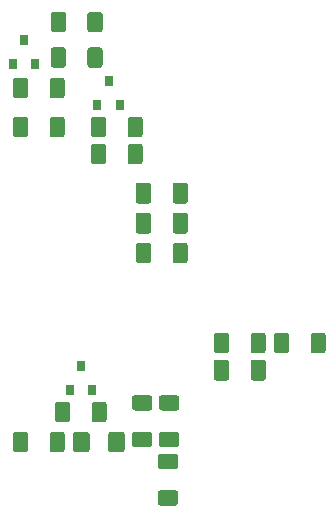
<source format=gbr>
%TF.GenerationSoftware,KiCad,Pcbnew,(5.1.10)-1*%
%TF.CreationDate,2021-09-12T12:10:56+02:00*%
%TF.ProjectId,BTS-LogicBoard,4254532d-4c6f-4676-9963-426f6172642e,rev?*%
%TF.SameCoordinates,Original*%
%TF.FileFunction,Paste,Bot*%
%TF.FilePolarity,Positive*%
%FSLAX46Y46*%
G04 Gerber Fmt 4.6, Leading zero omitted, Abs format (unit mm)*
G04 Created by KiCad (PCBNEW (5.1.10)-1) date 2021-09-12 12:10:56*
%MOMM*%
%LPD*%
G01*
G04 APERTURE LIST*
%ADD10R,0.800000X0.900000*%
G04 APERTURE END LIST*
%TO.C,R19*%
G36*
G01*
X135112599Y-109612000D02*
X136362601Y-109612000D01*
G75*
G02*
X136612600Y-109861999I0J-249999D01*
G01*
X136612600Y-110662001D01*
G75*
G02*
X136362601Y-110912000I-249999J0D01*
G01*
X135112599Y-110912000D01*
G75*
G02*
X134862600Y-110662001I0J249999D01*
G01*
X134862600Y-109861999D01*
G75*
G02*
X135112599Y-109612000I249999J0D01*
G01*
G37*
G36*
G01*
X135112599Y-106512000D02*
X136362601Y-106512000D01*
G75*
G02*
X136612600Y-106761999I0J-249999D01*
G01*
X136612600Y-107562001D01*
G75*
G02*
X136362601Y-107812000I-249999J0D01*
G01*
X135112599Y-107812000D01*
G75*
G02*
X134862600Y-107562001I0J249999D01*
G01*
X134862600Y-106761999D01*
G75*
G02*
X135112599Y-106512000I249999J0D01*
G01*
G37*
%TD*%
%TO.C,R18*%
G36*
G01*
X138648601Y-107812000D02*
X137398599Y-107812000D01*
G75*
G02*
X137148600Y-107562001I0J249999D01*
G01*
X137148600Y-106761999D01*
G75*
G02*
X137398599Y-106512000I249999J0D01*
G01*
X138648601Y-106512000D01*
G75*
G02*
X138898600Y-106761999I0J-249999D01*
G01*
X138898600Y-107562001D01*
G75*
G02*
X138648601Y-107812000I-249999J0D01*
G01*
G37*
G36*
G01*
X138648601Y-110912000D02*
X137398599Y-110912000D01*
G75*
G02*
X137148600Y-110662001I0J249999D01*
G01*
X137148600Y-109861999D01*
G75*
G02*
X137398599Y-109612000I249999J0D01*
G01*
X138648601Y-109612000D01*
G75*
G02*
X138898600Y-109861999I0J-249999D01*
G01*
X138898600Y-110662001D01*
G75*
G02*
X138648601Y-110912000I-249999J0D01*
G01*
G37*
%TD*%
%TO.C,R16*%
G36*
G01*
X134504000Y-84445001D02*
X134504000Y-83194999D01*
G75*
G02*
X134753999Y-82945000I249999J0D01*
G01*
X135554001Y-82945000D01*
G75*
G02*
X135804000Y-83194999I0J-249999D01*
G01*
X135804000Y-84445001D01*
G75*
G02*
X135554001Y-84695000I-249999J0D01*
G01*
X134753999Y-84695000D01*
G75*
G02*
X134504000Y-84445001I0J249999D01*
G01*
G37*
G36*
G01*
X131404000Y-84445001D02*
X131404000Y-83194999D01*
G75*
G02*
X131653999Y-82945000I249999J0D01*
G01*
X132454001Y-82945000D01*
G75*
G02*
X132704000Y-83194999I0J-249999D01*
G01*
X132704000Y-84445001D01*
G75*
G02*
X132454001Y-84695000I-249999J0D01*
G01*
X131653999Y-84695000D01*
G75*
G02*
X131404000Y-84445001I0J249999D01*
G01*
G37*
%TD*%
%TO.C,R15*%
G36*
G01*
X132704000Y-85480999D02*
X132704000Y-86731001D01*
G75*
G02*
X132454001Y-86981000I-249999J0D01*
G01*
X131653999Y-86981000D01*
G75*
G02*
X131404000Y-86731001I0J249999D01*
G01*
X131404000Y-85480999D01*
G75*
G02*
X131653999Y-85231000I249999J0D01*
G01*
X132454001Y-85231000D01*
G75*
G02*
X132704000Y-85480999I0J-249999D01*
G01*
G37*
G36*
G01*
X135804000Y-85480999D02*
X135804000Y-86731001D01*
G75*
G02*
X135554001Y-86981000I-249999J0D01*
G01*
X134753999Y-86981000D01*
G75*
G02*
X134504000Y-86731001I0J249999D01*
G01*
X134504000Y-85480999D01*
G75*
G02*
X134753999Y-85231000I249999J0D01*
G01*
X135554001Y-85231000D01*
G75*
G02*
X135804000Y-85480999I0J-249999D01*
G01*
G37*
%TD*%
%TO.C,R14*%
G36*
G01*
X136514000Y-93862999D02*
X136514000Y-95113001D01*
G75*
G02*
X136264001Y-95363000I-249999J0D01*
G01*
X135463999Y-95363000D01*
G75*
G02*
X135214000Y-95113001I0J249999D01*
G01*
X135214000Y-93862999D01*
G75*
G02*
X135463999Y-93613000I249999J0D01*
G01*
X136264001Y-93613000D01*
G75*
G02*
X136514000Y-93862999I0J-249999D01*
G01*
G37*
G36*
G01*
X139614000Y-93862999D02*
X139614000Y-95113001D01*
G75*
G02*
X139364001Y-95363000I-249999J0D01*
G01*
X138563999Y-95363000D01*
G75*
G02*
X138314000Y-95113001I0J249999D01*
G01*
X138314000Y-93862999D01*
G75*
G02*
X138563999Y-93613000I249999J0D01*
G01*
X139364001Y-93613000D01*
G75*
G02*
X139614000Y-93862999I0J-249999D01*
G01*
G37*
%TD*%
%TO.C,R13*%
G36*
G01*
X126100000Y-83194999D02*
X126100000Y-84445001D01*
G75*
G02*
X125850001Y-84695000I-249999J0D01*
G01*
X125049999Y-84695000D01*
G75*
G02*
X124800000Y-84445001I0J249999D01*
G01*
X124800000Y-83194999D01*
G75*
G02*
X125049999Y-82945000I249999J0D01*
G01*
X125850001Y-82945000D01*
G75*
G02*
X126100000Y-83194999I0J-249999D01*
G01*
G37*
G36*
G01*
X129200000Y-83194999D02*
X129200000Y-84445001D01*
G75*
G02*
X128950001Y-84695000I-249999J0D01*
G01*
X128149999Y-84695000D01*
G75*
G02*
X127900000Y-84445001I0J249999D01*
G01*
X127900000Y-83194999D01*
G75*
G02*
X128149999Y-82945000I249999J0D01*
G01*
X128950001Y-82945000D01*
G75*
G02*
X129200000Y-83194999I0J-249999D01*
G01*
G37*
%TD*%
%TO.C,R11*%
G36*
G01*
X149998000Y-102733001D02*
X149998000Y-101482999D01*
G75*
G02*
X150247999Y-101233000I249999J0D01*
G01*
X151048001Y-101233000D01*
G75*
G02*
X151298000Y-101482999I0J-249999D01*
G01*
X151298000Y-102733001D01*
G75*
G02*
X151048001Y-102983000I-249999J0D01*
G01*
X150247999Y-102983000D01*
G75*
G02*
X149998000Y-102733001I0J249999D01*
G01*
G37*
G36*
G01*
X146898000Y-102733001D02*
X146898000Y-101482999D01*
G75*
G02*
X147147999Y-101233000I249999J0D01*
G01*
X147948001Y-101233000D01*
G75*
G02*
X148198000Y-101482999I0J-249999D01*
G01*
X148198000Y-102733001D01*
G75*
G02*
X147948001Y-102983000I-249999J0D01*
G01*
X147147999Y-102983000D01*
G75*
G02*
X146898000Y-102733001I0J249999D01*
G01*
G37*
%TD*%
%TO.C,R10*%
G36*
G01*
X144918000Y-102733001D02*
X144918000Y-101482999D01*
G75*
G02*
X145167999Y-101233000I249999J0D01*
G01*
X145968001Y-101233000D01*
G75*
G02*
X146218000Y-101482999I0J-249999D01*
G01*
X146218000Y-102733001D01*
G75*
G02*
X145968001Y-102983000I-249999J0D01*
G01*
X145167999Y-102983000D01*
G75*
G02*
X144918000Y-102733001I0J249999D01*
G01*
G37*
G36*
G01*
X141818000Y-102733001D02*
X141818000Y-101482999D01*
G75*
G02*
X142067999Y-101233000I249999J0D01*
G01*
X142868001Y-101233000D01*
G75*
G02*
X143118000Y-101482999I0J-249999D01*
G01*
X143118000Y-102733001D01*
G75*
G02*
X142868001Y-102983000I-249999J0D01*
G01*
X142067999Y-102983000D01*
G75*
G02*
X141818000Y-102733001I0J249999D01*
G01*
G37*
%TD*%
%TO.C,R9*%
G36*
G01*
X129300400Y-74304999D02*
X129300400Y-75555001D01*
G75*
G02*
X129050401Y-75805000I-249999J0D01*
G01*
X128250399Y-75805000D01*
G75*
G02*
X128000400Y-75555001I0J249999D01*
G01*
X128000400Y-74304999D01*
G75*
G02*
X128250399Y-74055000I249999J0D01*
G01*
X129050401Y-74055000D01*
G75*
G02*
X129300400Y-74304999I0J-249999D01*
G01*
G37*
G36*
G01*
X132400400Y-74304999D02*
X132400400Y-75555001D01*
G75*
G02*
X132150401Y-75805000I-249999J0D01*
G01*
X131350399Y-75805000D01*
G75*
G02*
X131100400Y-75555001I0J249999D01*
G01*
X131100400Y-74304999D01*
G75*
G02*
X131350399Y-74055000I249999J0D01*
G01*
X132150401Y-74055000D01*
G75*
G02*
X132400400Y-74304999I0J-249999D01*
G01*
G37*
%TD*%
%TO.C,R8*%
G36*
G01*
X127900000Y-81143001D02*
X127900000Y-79892999D01*
G75*
G02*
X128149999Y-79643000I249999J0D01*
G01*
X128950001Y-79643000D01*
G75*
G02*
X129200000Y-79892999I0J-249999D01*
G01*
X129200000Y-81143001D01*
G75*
G02*
X128950001Y-81393000I-249999J0D01*
G01*
X128149999Y-81393000D01*
G75*
G02*
X127900000Y-81143001I0J249999D01*
G01*
G37*
G36*
G01*
X124800000Y-81143001D02*
X124800000Y-79892999D01*
G75*
G02*
X125049999Y-79643000I249999J0D01*
G01*
X125850001Y-79643000D01*
G75*
G02*
X126100000Y-79892999I0J-249999D01*
G01*
X126100000Y-81143001D01*
G75*
G02*
X125850001Y-81393000I-249999J0D01*
G01*
X125049999Y-81393000D01*
G75*
G02*
X124800000Y-81143001I0J249999D01*
G01*
G37*
%TD*%
%TO.C,R7*%
G36*
G01*
X131100400Y-78552201D02*
X131100400Y-77302199D01*
G75*
G02*
X131350399Y-77052200I249999J0D01*
G01*
X132150401Y-77052200D01*
G75*
G02*
X132400400Y-77302199I0J-249999D01*
G01*
X132400400Y-78552201D01*
G75*
G02*
X132150401Y-78802200I-249999J0D01*
G01*
X131350399Y-78802200D01*
G75*
G02*
X131100400Y-78552201I0J249999D01*
G01*
G37*
G36*
G01*
X128000400Y-78552201D02*
X128000400Y-77302199D01*
G75*
G02*
X128250399Y-77052200I249999J0D01*
G01*
X129050401Y-77052200D01*
G75*
G02*
X129300400Y-77302199I0J-249999D01*
G01*
X129300400Y-78552201D01*
G75*
G02*
X129050401Y-78802200I-249999J0D01*
G01*
X128250399Y-78802200D01*
G75*
G02*
X128000400Y-78552201I0J249999D01*
G01*
G37*
%TD*%
%TO.C,R6*%
G36*
G01*
X127900000Y-111115001D02*
X127900000Y-109864999D01*
G75*
G02*
X128149999Y-109615000I249999J0D01*
G01*
X128950001Y-109615000D01*
G75*
G02*
X129200000Y-109864999I0J-249999D01*
G01*
X129200000Y-111115001D01*
G75*
G02*
X128950001Y-111365000I-249999J0D01*
G01*
X128149999Y-111365000D01*
G75*
G02*
X127900000Y-111115001I0J249999D01*
G01*
G37*
G36*
G01*
X124800000Y-111115001D02*
X124800000Y-109864999D01*
G75*
G02*
X125049999Y-109615000I249999J0D01*
G01*
X125850001Y-109615000D01*
G75*
G02*
X126100000Y-109864999I0J-249999D01*
G01*
X126100000Y-111115001D01*
G75*
G02*
X125850001Y-111365000I-249999J0D01*
G01*
X125049999Y-111365000D01*
G75*
G02*
X124800000Y-111115001I0J249999D01*
G01*
G37*
%TD*%
%TO.C,R5*%
G36*
G01*
X137296999Y-114565000D02*
X138547001Y-114565000D01*
G75*
G02*
X138797000Y-114814999I0J-249999D01*
G01*
X138797000Y-115615001D01*
G75*
G02*
X138547001Y-115865000I-249999J0D01*
G01*
X137296999Y-115865000D01*
G75*
G02*
X137047000Y-115615001I0J249999D01*
G01*
X137047000Y-114814999D01*
G75*
G02*
X137296999Y-114565000I249999J0D01*
G01*
G37*
G36*
G01*
X137296999Y-111465000D02*
X138547001Y-111465000D01*
G75*
G02*
X138797000Y-111714999I0J-249999D01*
G01*
X138797000Y-112515001D01*
G75*
G02*
X138547001Y-112765000I-249999J0D01*
G01*
X137296999Y-112765000D01*
G75*
G02*
X137047000Y-112515001I0J249999D01*
G01*
X137047000Y-111714999D01*
G75*
G02*
X137296999Y-111465000I249999J0D01*
G01*
G37*
%TD*%
%TO.C,R3*%
G36*
G01*
X131456000Y-108575001D02*
X131456000Y-107324999D01*
G75*
G02*
X131705999Y-107075000I249999J0D01*
G01*
X132506001Y-107075000D01*
G75*
G02*
X132756000Y-107324999I0J-249999D01*
G01*
X132756000Y-108575001D01*
G75*
G02*
X132506001Y-108825000I-249999J0D01*
G01*
X131705999Y-108825000D01*
G75*
G02*
X131456000Y-108575001I0J249999D01*
G01*
G37*
G36*
G01*
X128356000Y-108575001D02*
X128356000Y-107324999D01*
G75*
G02*
X128605999Y-107075000I249999J0D01*
G01*
X129406001Y-107075000D01*
G75*
G02*
X129656000Y-107324999I0J-249999D01*
G01*
X129656000Y-108575001D01*
G75*
G02*
X129406001Y-108825000I-249999J0D01*
G01*
X128605999Y-108825000D01*
G75*
G02*
X128356000Y-108575001I0J249999D01*
G01*
G37*
%TD*%
D10*
%TO.C,Q5*%
X132892800Y-79924400D03*
X131942800Y-81924400D03*
X133842800Y-81924400D03*
%TD*%
%TO.C,Q3*%
X125730000Y-76470000D03*
X124780000Y-78470000D03*
X126680000Y-78470000D03*
%TD*%
%TO.C,Q1*%
X130556000Y-104054400D03*
X129606000Y-106054400D03*
X131506000Y-106054400D03*
%TD*%
%TO.C,D3*%
G36*
G01*
X132855000Y-111115000D02*
X132855000Y-109865000D01*
G75*
G02*
X133105000Y-109615000I250000J0D01*
G01*
X134030000Y-109615000D01*
G75*
G02*
X134280000Y-109865000I0J-250000D01*
G01*
X134280000Y-111115000D01*
G75*
G02*
X134030000Y-111365000I-250000J0D01*
G01*
X133105000Y-111365000D01*
G75*
G02*
X132855000Y-111115000I0J250000D01*
G01*
G37*
G36*
G01*
X129880000Y-111115000D02*
X129880000Y-109865000D01*
G75*
G02*
X130130000Y-109615000I250000J0D01*
G01*
X131055000Y-109615000D01*
G75*
G02*
X131305000Y-109865000I0J-250000D01*
G01*
X131305000Y-111115000D01*
G75*
G02*
X131055000Y-111365000I-250000J0D01*
G01*
X130130000Y-111365000D01*
G75*
G02*
X129880000Y-111115000I0J250000D01*
G01*
G37*
%TD*%
%TO.C,C7*%
G36*
G01*
X138314000Y-90058002D02*
X138314000Y-88757998D01*
G75*
G02*
X138563998Y-88508000I249998J0D01*
G01*
X139389002Y-88508000D01*
G75*
G02*
X139639000Y-88757998I0J-249998D01*
G01*
X139639000Y-90058002D01*
G75*
G02*
X139389002Y-90308000I-249998J0D01*
G01*
X138563998Y-90308000D01*
G75*
G02*
X138314000Y-90058002I0J249998D01*
G01*
G37*
G36*
G01*
X135189000Y-90058002D02*
X135189000Y-88757998D01*
G75*
G02*
X135438998Y-88508000I249998J0D01*
G01*
X136264002Y-88508000D01*
G75*
G02*
X136514000Y-88757998I0J-249998D01*
G01*
X136514000Y-90058002D01*
G75*
G02*
X136264002Y-90308000I-249998J0D01*
G01*
X135438998Y-90308000D01*
G75*
G02*
X135189000Y-90058002I0J249998D01*
G01*
G37*
%TD*%
%TO.C,C6*%
G36*
G01*
X138314000Y-92598002D02*
X138314000Y-91297998D01*
G75*
G02*
X138563998Y-91048000I249998J0D01*
G01*
X139389002Y-91048000D01*
G75*
G02*
X139639000Y-91297998I0J-249998D01*
G01*
X139639000Y-92598002D01*
G75*
G02*
X139389002Y-92848000I-249998J0D01*
G01*
X138563998Y-92848000D01*
G75*
G02*
X138314000Y-92598002I0J249998D01*
G01*
G37*
G36*
G01*
X135189000Y-92598002D02*
X135189000Y-91297998D01*
G75*
G02*
X135438998Y-91048000I249998J0D01*
G01*
X136264002Y-91048000D01*
G75*
G02*
X136514000Y-91297998I0J-249998D01*
G01*
X136514000Y-92598002D01*
G75*
G02*
X136264002Y-92848000I-249998J0D01*
G01*
X135438998Y-92848000D01*
G75*
G02*
X135189000Y-92598002I0J249998D01*
G01*
G37*
%TD*%
%TO.C,C4*%
G36*
G01*
X144918000Y-105044002D02*
X144918000Y-103743998D01*
G75*
G02*
X145167998Y-103494000I249998J0D01*
G01*
X145993002Y-103494000D01*
G75*
G02*
X146243000Y-103743998I0J-249998D01*
G01*
X146243000Y-105044002D01*
G75*
G02*
X145993002Y-105294000I-249998J0D01*
G01*
X145167998Y-105294000D01*
G75*
G02*
X144918000Y-105044002I0J249998D01*
G01*
G37*
G36*
G01*
X141793000Y-105044002D02*
X141793000Y-103743998D01*
G75*
G02*
X142042998Y-103494000I249998J0D01*
G01*
X142868002Y-103494000D01*
G75*
G02*
X143118000Y-103743998I0J-249998D01*
G01*
X143118000Y-105044002D01*
G75*
G02*
X142868002Y-105294000I-249998J0D01*
G01*
X142042998Y-105294000D01*
G75*
G02*
X141793000Y-105044002I0J249998D01*
G01*
G37*
%TD*%
M02*

</source>
